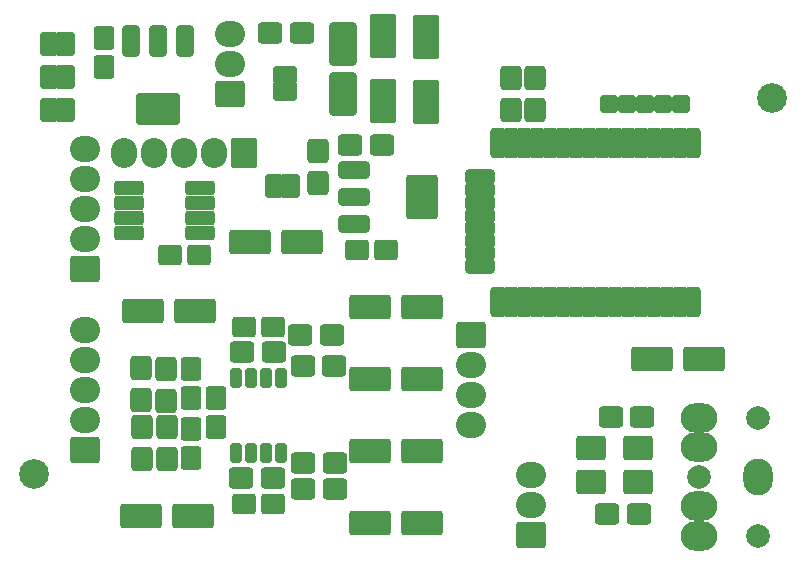
<source format=gts>
%TF.GenerationSoftware,KiCad,Pcbnew,6.0.5-a6ca702e91~116~ubuntu20.04.1*%
%TF.CreationDate,2022-06-15T21:10:52+02:00*%
%TF.ProjectId,vwcdpic_with_BT,76776364-7069-4635-9f77-6974685f4254,rev?*%
%TF.SameCoordinates,Original*%
%TF.FileFunction,Soldermask,Top*%
%TF.FilePolarity,Negative*%
%FSLAX46Y46*%
G04 Gerber Fmt 4.6, Leading zero omitted, Abs format (unit mm)*
G04 Created by KiCad (PCBNEW 6.0.5-a6ca702e91~116~ubuntu20.04.1) date 2022-06-15 21:10:52*
%MOMM*%
%LPD*%
G01*
G04 APERTURE LIST*
G04 Aperture macros list*
%AMRoundRect*
0 Rectangle with rounded corners*
0 $1 Rounding radius*
0 $2 $3 $4 $5 $6 $7 $8 $9 X,Y pos of 4 corners*
0 Add a 4 corners polygon primitive as box body*
4,1,4,$2,$3,$4,$5,$6,$7,$8,$9,$2,$3,0*
0 Add four circle primitives for the rounded corners*
1,1,$1+$1,$2,$3*
1,1,$1+$1,$4,$5*
1,1,$1+$1,$6,$7*
1,1,$1+$1,$8,$9*
0 Add four rect primitives between the rounded corners*
20,1,$1+$1,$2,$3,$4,$5,0*
20,1,$1+$1,$4,$5,$6,$7,0*
20,1,$1+$1,$6,$7,$8,$9,0*
20,1,$1+$1,$8,$9,$2,$3,0*%
%AMFreePoly0*
4,1,23,0.597202,0.984665,0.679605,0.929605,0.711341,0.890894,1.211341,0.140894,1.249171,0.049292,1.249067,-0.049813,1.211341,-0.140894,0.711341,-0.890894,0.641336,-0.961046,0.549813,-0.999067,0.500000,-1.004000,-0.500000,-1.004000,-0.597202,-0.984665,-0.679605,-0.929605,-0.734665,-0.847202,-0.754000,-0.750000,-0.754000,0.750000,-0.734665,0.847202,-0.679605,0.929605,-0.597202,0.984665,
-0.500000,1.004000,0.500000,1.004000,0.597202,0.984665,0.597202,0.984665,$1*%
%AMFreePoly1*
4,1,26,0.597202,0.984665,0.679605,0.929605,0.734665,0.847202,0.754000,0.750000,0.754000,-0.750000,0.734665,-0.847202,0.679605,-0.929605,0.597202,-0.984665,0.500000,-1.004000,-0.650000,-1.004000,-0.747202,-0.984665,-0.829605,-0.929605,-0.884665,-0.847202,-0.904000,-0.750000,-0.884665,-0.652798,-0.861341,-0.609106,-0.455270,0.000000,-0.861341,0.609106,-0.899171,0.700708,-0.899067,0.799813,
-0.861046,0.891336,-0.790894,0.961341,-0.699292,0.999171,-0.650000,1.004000,0.500000,1.004000,0.597202,0.984665,0.597202,0.984665,$1*%
G04 Aperture macros list end*
%ADD10RoundRect,0.254000X1.499870X0.800100X-1.499870X0.800100X-1.499870X-0.800100X1.499870X-0.800100X0*%
%ADD11RoundRect,0.254000X-1.499870X-0.800100X1.499870X-0.800100X1.499870X0.800100X-1.499870X0.800100X0*%
%ADD12RoundRect,0.254000X-0.750000X-0.650000X0.750000X-0.650000X0.750000X0.650000X-0.750000X0.650000X0*%
%ADD13RoundRect,0.254000X-0.650000X0.750000X-0.650000X-0.750000X0.650000X-0.750000X0.650000X0.750000X0*%
%ADD14RoundRect,0.254000X0.650000X-0.750000X0.650000X0.750000X-0.650000X0.750000X-0.650000X-0.750000X0*%
%ADD15RoundRect,0.254000X0.750000X0.650000X-0.750000X0.650000X-0.750000X-0.650000X0.750000X-0.650000X0*%
%ADD16RoundRect,0.254000X-0.254000X-0.571500X0.254000X-0.571500X0.254000X0.571500X-0.254000X0.571500X0*%
%ADD17RoundRect,0.254000X-0.750000X-0.625000X0.750000X-0.625000X0.750000X0.625000X-0.750000X0.625000X0*%
%ADD18RoundRect,0.254000X-0.625000X0.750000X-0.625000X-0.750000X0.625000X-0.750000X0.625000X0.750000X0*%
%ADD19RoundRect,0.254000X0.625000X-0.750000X0.625000X0.750000X-0.625000X0.750000X-0.625000X-0.750000X0*%
%ADD20RoundRect,0.254000X-1.016000X-0.863600X1.016000X-0.863600X1.016000X0.863600X-1.016000X0.863600X0*%
%ADD21O,2.540000X2.235200*%
%ADD22RoundRect,0.254000X0.750000X0.625000X-0.750000X0.625000X-0.750000X-0.625000X0.750000X-0.625000X0*%
%ADD23RoundRect,0.254000X-1.000000X-0.800000X1.000000X-0.800000X1.000000X0.800000X-1.000000X0.800000X0*%
%ADD24RoundRect,0.254000X-0.863600X1.016000X-0.863600X-1.016000X0.863600X-1.016000X0.863600X1.016000X0*%
%ADD25O,2.235200X2.540000*%
%ADD26RoundRect,0.254000X1.016000X0.863600X-1.016000X0.863600X-1.016000X-0.863600X1.016000X-0.863600X0*%
%ADD27FreePoly0,0.000000*%
%ADD28FreePoly1,0.000000*%
%ADD29RoundRect,0.254000X0.500000X-0.500000X0.500000X0.500000X-0.500000X0.500000X-0.500000X-0.500000X0*%
%ADD30RoundRect,0.254000X-0.400000X1.000000X-0.400000X-1.000000X0.400000X-1.000000X0.400000X1.000000X0*%
%ADD31RoundRect,0.254000X-1.000000X0.400000X-1.000000X-0.400000X1.000000X-0.400000X1.000000X0.400000X0*%
%ADD32C,2.008000*%
%ADD33O,2.508000X3.108000*%
%ADD34O,3.108000X2.508000*%
%ADD35RoundRect,0.254000X0.475000X1.075000X-0.475000X1.075000X-0.475000X-1.075000X0.475000X-1.075000X0*%
%ADD36RoundRect,0.254000X1.625000X1.075000X-1.625000X1.075000X-1.625000X-1.075000X1.625000X-1.075000X0*%
%ADD37RoundRect,0.254000X-1.075000X0.475000X-1.075000X-0.475000X1.075000X-0.475000X1.075000X0.475000X0*%
%ADD38RoundRect,0.254000X-1.075000X1.625000X-1.075000X-1.625000X1.075000X-1.625000X1.075000X1.625000X0*%
%ADD39RoundRect,0.254000X0.849630X-1.649730X0.849630X1.649730X-0.849630X1.649730X-0.849630X-1.649730X0*%
%ADD40FreePoly0,270.000000*%
%ADD41FreePoly1,270.000000*%
%ADD42RoundRect,0.254000X-0.900430X1.574800X-0.900430X-1.574800X0.900430X-1.574800X0.900430X1.574800X0*%
%ADD43RoundRect,0.254000X1.000000X-0.350000X1.000000X0.350000X-1.000000X0.350000X-1.000000X-0.350000X0*%
%ADD44C,2.508000*%
G04 APERTURE END LIST*
D10*
%TO.C,C6*%
X87232160Y-78917800D03*
X91631440Y-78917800D03*
%TD*%
D11*
%TO.C,C9*%
X72369640Y-60980000D03*
X67970360Y-60980000D03*
%TD*%
D12*
%TO.C,R8*%
X81557800Y-75971400D03*
X84257800Y-75971400D03*
%TD*%
D13*
%TO.C,R10*%
X67867200Y-70764400D03*
X67867200Y-73464400D03*
%TD*%
D14*
%TO.C,R11*%
X69920000Y-68520000D03*
X69920000Y-65820000D03*
%TD*%
D15*
%TO.C,R15*%
X79097800Y-64439800D03*
X76397800Y-64439800D03*
%TD*%
D16*
%TO.C,U3*%
X75842800Y-72948800D03*
X77112800Y-72948800D03*
X78382800Y-72948800D03*
X79652800Y-72948800D03*
X79652800Y-66598800D03*
X78382800Y-66598800D03*
X77112800Y-66598800D03*
X75842800Y-66598800D03*
%TD*%
D17*
%TO.C,C15*%
X76501600Y-62306200D03*
X79001600Y-62306200D03*
%TD*%
%TO.C,C16*%
X76527000Y-77241400D03*
X79027000Y-77241400D03*
%TD*%
D10*
%TO.C,C20*%
X87232160Y-60629800D03*
X91631440Y-60629800D03*
%TD*%
D15*
%TO.C,R18*%
X79017800Y-75107800D03*
X76317800Y-75107800D03*
%TD*%
D12*
%TO.C,R21*%
X81253000Y-62992000D03*
X83953000Y-62992000D03*
%TD*%
D15*
%TO.C,R23*%
X84207000Y-73837800D03*
X81507000Y-73837800D03*
%TD*%
D18*
%TO.C,C7*%
X72007400Y-65813600D03*
X72007400Y-68313600D03*
%TD*%
D19*
%TO.C,C8*%
X72007400Y-73393600D03*
X72007400Y-70893600D03*
%TD*%
D20*
%TO.C,P3*%
X95758000Y-62992000D03*
D21*
X95758000Y-65532000D03*
X95758000Y-68072000D03*
X95758000Y-70612000D03*
%TD*%
D14*
%TO.C,R9*%
X67850000Y-68480000D03*
X67850000Y-65780000D03*
%TD*%
D13*
%TO.C,R12*%
X69975400Y-70793600D03*
X69975400Y-73493600D03*
%TD*%
D10*
%TO.C,C19*%
X87232160Y-66725800D03*
X91631440Y-66725800D03*
%TD*%
D11*
%TO.C,C14*%
X72229640Y-78333600D03*
X67830360Y-78333600D03*
%TD*%
D22*
%TO.C,C4*%
X72760220Y-56219610D03*
X70260220Y-56219610D03*
%TD*%
D14*
%TO.C,D3*%
X99151600Y-43922000D03*
X99151600Y-41222000D03*
%TD*%
D23*
%TO.C,C27*%
X105876600Y-75401800D03*
X109876600Y-75401800D03*
%TD*%
%TO.C,C23*%
X105927400Y-72506200D03*
X109927400Y-72506200D03*
%TD*%
D12*
%TO.C,R25*%
X107237800Y-78170400D03*
X109937800Y-78170400D03*
%TD*%
D15*
%TO.C,R27*%
X110268000Y-69940800D03*
X107568000Y-69940800D03*
%TD*%
%TO.C,R20*%
X84185400Y-65557400D03*
X81485400Y-65557400D03*
%TD*%
D14*
%TO.C,D2*%
X101132800Y-43947400D03*
X101132800Y-41247400D03*
%TD*%
D24*
%TO.C,P2*%
X76494020Y-47558210D03*
D25*
X73954020Y-47558210D03*
X71414020Y-47558210D03*
X68874020Y-47558210D03*
X66334020Y-47558210D03*
%TD*%
D18*
%TO.C,C12*%
X74191800Y-68289800D03*
X74191800Y-70789800D03*
%TD*%
D13*
%TO.C,R19*%
X82804000Y-47418000D03*
X82804000Y-50118000D03*
%TD*%
D18*
%TO.C,C25*%
X64684910Y-37793610D03*
X64684910Y-40293610D03*
%TD*%
D26*
%TO.C,P4*%
X100866200Y-79923000D03*
D21*
X100866200Y-77383000D03*
X100866200Y-74843000D03*
%TD*%
D27*
%TO.C,JP1*%
X79095000Y-50370000D03*
D28*
X80545000Y-50370000D03*
%TD*%
D27*
%TO.C,JP3*%
X59981000Y-43942000D03*
D28*
X61431000Y-43942000D03*
%TD*%
D12*
%TO.C,R28*%
X78726710Y-37398210D03*
X81426710Y-37398210D03*
%TD*%
D17*
%TO.C,C2*%
X86095518Y-55817502D03*
X88595518Y-55817502D03*
%TD*%
D29*
%TO.C,J4*%
X108966000Y-43434000D03*
%TD*%
D10*
%TO.C,C38*%
X77048360Y-55118000D03*
X81447640Y-55118000D03*
%TD*%
D30*
%TO.C,U5*%
X114574000Y-46697000D03*
X113474000Y-46697000D03*
X112374000Y-46697000D03*
X111274000Y-46697000D03*
X110174000Y-46697000D03*
X109074000Y-46697000D03*
X107974000Y-46697000D03*
X106874000Y-46697000D03*
X105774000Y-46697000D03*
X104674000Y-46697000D03*
X103574000Y-46697000D03*
X102474000Y-46697000D03*
X101374000Y-46697000D03*
X100274000Y-46697000D03*
X99174000Y-46697000D03*
X98074000Y-46697000D03*
D31*
X96474000Y-49597000D03*
X96474000Y-50697000D03*
X96474000Y-51797000D03*
X96474000Y-52897000D03*
X96474000Y-53947000D03*
X96474000Y-54997000D03*
X96474000Y-56047000D03*
X96474000Y-57096996D03*
D30*
X98074000Y-60197000D03*
X99174000Y-60197000D03*
X100274000Y-60197000D03*
X101374000Y-60197000D03*
X102474000Y-60197000D03*
X103574000Y-60197000D03*
X104674000Y-60197000D03*
X105774000Y-60197000D03*
X106874000Y-60197000D03*
X107974000Y-60197000D03*
X109074000Y-60197000D03*
X110174000Y-60197000D03*
X111274000Y-60197000D03*
X112374000Y-60197000D03*
X113474000Y-60197000D03*
X114574000Y-60197000D03*
%TD*%
D26*
%TO.C,J6*%
X63092000Y-72714800D03*
D21*
X63092000Y-70174800D03*
X63092000Y-67634800D03*
X63092000Y-65094800D03*
X63092000Y-62554800D03*
%TD*%
D29*
%TO.C,J1*%
X113538000Y-43434000D03*
%TD*%
D32*
%TO.C,J7*%
X120062000Y-79970000D03*
X120062000Y-69970000D03*
X115062000Y-74970000D03*
D33*
X120062000Y-74970000D03*
D34*
X115062000Y-79970000D03*
X115062000Y-77470000D03*
X115062000Y-72470000D03*
X115062000Y-69970000D03*
%TD*%
D27*
%TO.C,JP5*%
X59981000Y-41148000D03*
D28*
X61431000Y-41148000D03*
%TD*%
D29*
%TO.C,J5*%
X107442000Y-43434000D03*
%TD*%
D26*
%TO.C,J8*%
X63054910Y-57408010D03*
D21*
X63054910Y-54868010D03*
X63054910Y-52328010D03*
X63054910Y-49788010D03*
X63054910Y-47248010D03*
%TD*%
D10*
%TO.C,C21*%
X87232160Y-72821800D03*
X91631440Y-72821800D03*
%TD*%
D35*
%TO.C,U4*%
X71556910Y-38048610D03*
D36*
X69256910Y-43848610D03*
D35*
X69256910Y-38048610D03*
X66956910Y-38048610D03*
%TD*%
D10*
%TO.C,C36*%
X111084360Y-65024000D03*
X115483640Y-65024000D03*
%TD*%
D37*
%TO.C,U1*%
X85817118Y-48996302D03*
D38*
X91617118Y-51296302D03*
D37*
X85817118Y-51296302D03*
X85817118Y-53596302D03*
%TD*%
D39*
%TO.C,D1*%
X88277110Y-43146230D03*
X88277110Y-37644590D03*
%TD*%
%TO.C,D4*%
X91909310Y-43255450D03*
X91909310Y-37753810D03*
%TD*%
D12*
%TO.C,R13*%
X85538318Y-46876702D03*
X88238318Y-46876702D03*
%TD*%
D40*
%TO.C,JP2*%
X80010000Y-40968000D03*
D41*
X80010000Y-42418000D03*
%TD*%
D26*
%TO.C,P1*%
X75348510Y-42579810D03*
D21*
X75348510Y-40039810D03*
X75348510Y-37499810D03*
%TD*%
D29*
%TO.C,J3*%
X110490000Y-43434000D03*
%TD*%
D42*
%TO.C,C35*%
X84879860Y-38346300D03*
X84879860Y-42598260D03*
%TD*%
D29*
%TO.C,J2*%
X112014000Y-43434000D03*
%TD*%
D43*
%TO.C,U6*%
X72825000Y-54340010D03*
X72825000Y-53070010D03*
X72825000Y-51800010D03*
X72825000Y-50530010D03*
X66825000Y-50530010D03*
X66825000Y-51800010D03*
X66825000Y-53070010D03*
X66825000Y-54340010D03*
%TD*%
D27*
%TO.C,JP4*%
X60018000Y-38354000D03*
D28*
X61468000Y-38354000D03*
%TD*%
D44*
%TO.C,H1*%
X58753500Y-74705700D03*
X121253500Y-42905700D03*
%TD*%
M02*

</source>
